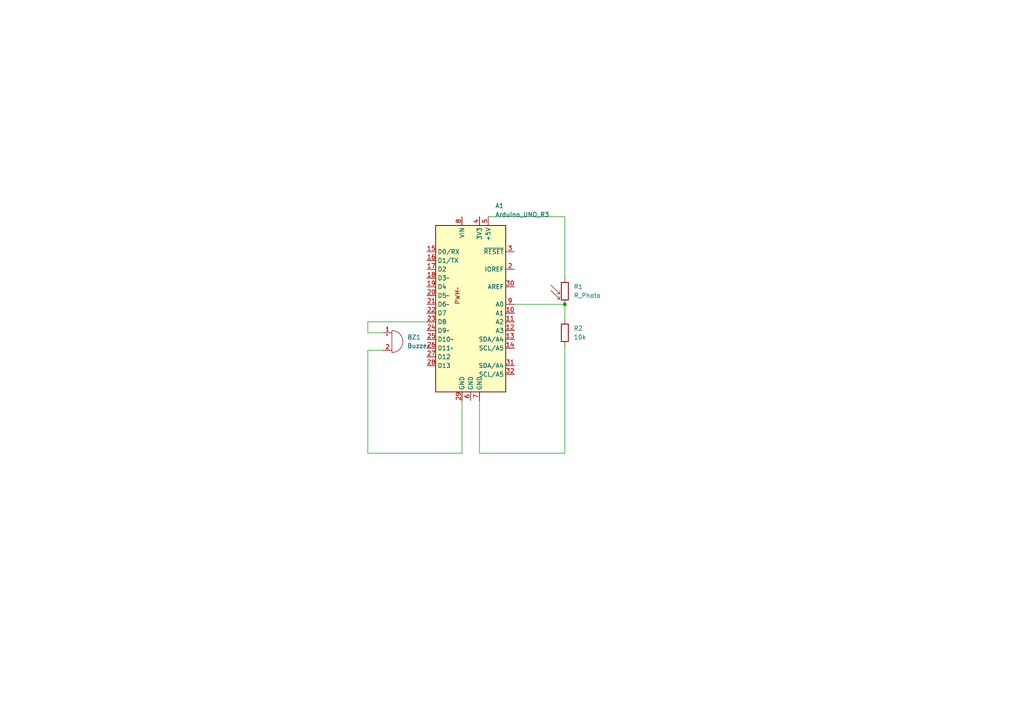
<source format=kicad_sch>
(kicad_sch (version 20211123) (generator eeschema)
  (paper "A4")
  (lib_symbols
    (symbol "Arduino:Arduino_UNO_R3"
      (property "Reference" "A" (at -10.16 23.495 0))
      (property "Value" "Arduino_UNO_R3" (at 5.08 -26.67 0))
      (symbol "Arduino_UNO_R3_0_0"
        (text "PWM~" (at -3.81 2.54 900) (effects (font (size 1.27 1.27))))
      )
      (symbol "Arduino_UNO_R3_0_1"
        (rectangle (start -10.16 22.86) (end 10.16 -25.4) (stroke (width 0.254)) (fill (type background)))
      )
      (symbol "Arduino_UNO_R3_1_1"
        (pin no_connect line (at -10.16 -20.32 0) (length 2.54) hide (name "NC") (number "1"))
        (pin bidirectional line (at 12.7 -2.54 180) (length 2.54) (name "A1") (number "10"))
        (pin bidirectional line (at 12.7 -5.08 180) (length 2.54) (name "A2") (number "11"))
        (pin bidirectional line (at 12.7 -7.62 180) (length 2.54) (name "A3") (number "12"))
        (pin bidirectional line (at 12.7 -10.16 180) (length 2.54) (name "SDA/A4") (number "13"))
        (pin bidirectional line (at 12.7 -12.7 180) (length 2.54) (name "SCL/A5") (number "14"))
        (pin bidirectional line (at -12.7 15.24 0) (length 2.54) (name "D0/RX") (number "15"))
        (pin bidirectional line (at -12.7 12.7 0) (length 2.54) (name "D1/TX") (number "16"))
        (pin bidirectional line (at -12.7 10.16 0) (length 2.54) (name "D2") (number "17"))
        (pin bidirectional line (at -12.7 7.62 0) (length 2.54) (name "D3~") (number "18"))
        (pin bidirectional line (at -12.7 5.08 0) (length 2.54) (name "D4") (number "19"))
        (pin output line (at 12.7 10.16 180) (length 2.54) (name "IOREF") (number "2"))
        (pin bidirectional line (at -12.7 2.54 0) (length 2.54) (name "D5~") (number "20"))
        (pin bidirectional line (at -12.7 0 0) (length 2.54) (name "D6~") (number "21"))
        (pin bidirectional line (at -12.7 -2.54 0) (length 2.54) (name "D7") (number "22"))
        (pin bidirectional line (at -12.7 -5.08 0) (length 2.54) (name "D8") (number "23"))
        (pin bidirectional line (at -12.7 -7.62 0) (length 2.54) (name "D9~") (number "24"))
        (pin bidirectional line (at -12.7 -10.16 0) (length 2.54) (name "D10~") (number "25"))
        (pin bidirectional line (at -12.7 -12.7 0) (length 2.54) (name "D11~") (number "26"))
        (pin bidirectional line (at -12.7 -15.24 0) (length 2.54) (name "D12") (number "27"))
        (pin bidirectional line (at -12.7 -17.78 0) (length 2.54) (name "D13") (number "28"))
        (pin power_in line (at -2.54 -27.94 90) (length 2.54) (name "GND") (number "29"))
        (pin input line (at 12.7 15.24 180) (length 2.54) (name "~{RESET}") (number "3"))
        (pin input line (at 12.7 5.08 180) (length 2.54) (name "AREF") (number "30"))
        (pin bidirectional line (at 12.7 -17.78 180) (length 2.54) (name "SDA/A4") (number "31"))
        (pin bidirectional line (at 12.7 -20.32 180) (length 2.54) (name "SCL/A5") (number "32"))
        (pin power_out line (at 2.54 25.4 270) (length 2.54) (name "3V3") (number "4"))
        (pin power_out line (at 5.08 25.4 270) (length 2.54) (name "+5V") (number "5"))
        (pin power_in line (at 0 -27.94 90) (length 2.54) (name "GND") (number "6"))
        (pin power_in line (at 2.54 -27.94 90) (length 2.54) (name "GND") (number "7"))
        (pin power_in line (at -2.54 25.4 270) (length 2.54) (name "VIN") (number "8"))
        (pin bidirectional line (at 12.7 0 180) (length 2.54) (name "A0") (number "9"))
      )
    )
    (symbol "Device:Buzzer" (pin_names (offset 0.0254) hide)
      (property "Reference" "BZ" (at 3.81 1.27 0))
      (property "Value" "Buzzer" (at 3.81 -1.27 0))
      (symbol "Buzzer_0_1"
        (arc (start 0 -3.175) (mid 3.175 0) (end 0 3.175))
        (polyline (pts (xy -1.651 1.905) (xy -1.143 1.905)))
        (polyline (pts (xy -1.397 2.159) (xy -1.397 1.651)))
        (polyline (pts (xy 0 3.175) (xy 0 -3.175)))
      )
      (symbol "Buzzer_1_1"
        (pin passive line (at -2.54 2.54 0) (length 2.54) (name "-") (number "1"))
        (pin passive line (at -2.54 -2.54 0) (length 2.54) (name "+") (number "2"))
      )
    )
    (symbol "Device:R" (pin_numbers hide) (pin_names (offset 0))
      (property "Reference" "R" (at 2.032 0 90))
      (property "Value" "R" (at 0 0 90))
      (symbol "R_0_1"
        (rectangle (start -1.016 -2.54) (end 1.016 2.54) (stroke (width 0.254)))
      )
      (symbol "R_1_1"
        (pin passive line (at 0 3.81 270) (length 1.27) (name "~") (number "1"))
        (pin passive line (at 0 -3.81 90) (length 1.27) (name "~") (number "2"))
      )
    )
    (symbol "Device:R_Photo" (pin_numbers hide) (pin_names (offset 0))
      (property "Reference" "R" (at 1.27 1.27 0))
      (property "Value" "R_Photo" (at 1.27 0 0))
      (symbol "R_Photo_0_1"
        (rectangle (start -1.016 2.54) (end 1.016 -2.54) (stroke (width 0.254)))
        (polyline (pts (xy -1.524 -2.286) (xy -4.064 0.254)))
        (polyline (pts (xy -1.524 -2.286) (xy -2.286 -2.286)))
        (polyline (pts (xy -1.524 -2.286) (xy -1.524 -1.524)))
        (polyline (pts (xy -1.524 -0.762) (xy -4.064 1.778)))
        (polyline (pts (xy -1.524 -0.762) (xy -2.286 -0.762)))
        (polyline (pts (xy -1.524 -0.762) (xy -1.524 0)))
      )
      (symbol "R_Photo_1_1"
        (pin passive line (at 0 3.81 270) (length 1.27) (name "~") (number "1"))
        (pin passive line (at 0 -3.81 90) (length 1.27) (name "~") (number "2"))
      )
    )
  )
  (junction (at 163.83 88.265))
  (wire (pts (xy 111.125 101.6) (xy 106.68 101.6)))
  (wire (pts (xy 106.68 101.6) (xy 106.68 131.445)))
  (wire (pts (xy 106.68 131.445) (xy 133.985 131.445)))
  (wire (pts (xy 123.825 93.345) (xy 106.68 93.345)))
  (wire (pts (xy 149.225 88.265) (xy 163.83 88.265)))
  (wire (pts (xy 163.83 100.33) (xy 163.83 131.445)))
  (wire (pts (xy 133.985 131.445) (xy 133.985 116.205)))
  (wire (pts (xy 106.68 96.52) (xy 111.125 96.52)))
  (wire (pts (xy 106.68 93.345) (xy 106.68 96.52)))
  (wire (pts (xy 139.065 131.445) (xy 139.065 116.205)))
  (wire (pts (xy 163.83 88.265) (xy 163.83 92.71)))
  (wire (pts (xy 163.83 131.445) (xy 139.065 131.445)))
  (wire (pts (xy 141.605 62.865) (xy 163.83 62.865)))
  (wire (pts (xy 163.83 62.865) (xy 163.83 80.645)))
  (symbol (lib_id "Device:R_Photo") (at 163.83 84.455 0) (unit 1)
    (property "Reference" "R1" (at 166.37 83.1849 0) (effects (justify left)))
    (property "Value" "R_Photo" (at 166.37 85.7249 0) (effects (justify left)))
  )
  (symbol (lib_id "Device:Buzzer") (at 113.665 99.06 0) (unit 1)
    (property "Reference" "BZ1" (at 118.11 97.7899 0) (effects (justify left)))
    (property "Value" "Buzzer" (at 118.11 100.3299 0) (effects (justify left)))
  )
  (symbol (lib_id "Device:R") (at 163.83 96.52 0) (unit 1)
    (property "Reference" "R2" (at 166.37 95.2499 0) (effects (justify left)))
    (property "Value" "10k" (at 166.37 97.7899 0) (effects (justify left)))
  )
  (symbol (lib_id "Arduino:Arduino_UNO_R3") (at 136.525 88.265 0) (unit 1)
    (property "Reference" "A1" (at 143.6244 59.69 0) (effects (justify left)))
    (property "Value" "Arduino_UNO_R3" (at 143.6244 62.23 0) (effects (justify left)))
    (property "Footprint" "Module:Arduino_UNO_R3" (effects hide))
    (property "Datasheet" "https://www.arduino.cc/en/Main/arduinoBoardUno" (effects hide))
  )
)
</source>
